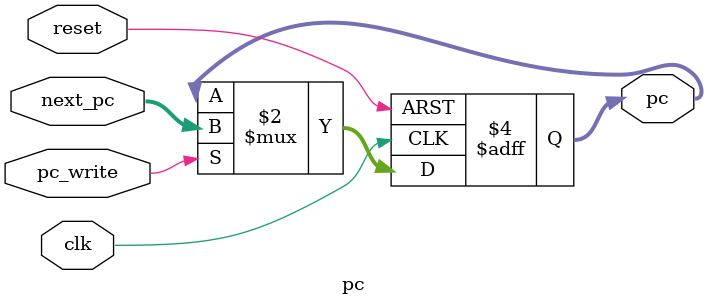
<source format=v>
module pc(
    input clk,
    input reset,
    input pc_write,
    input [31:0] next_pc,
    output reg [31:0] pc
);
    
    always @(posedge clk or posedge reset) begin
        if (reset)
            pc <= 32'b0;
        else if (pc_write)
            pc <= next_pc;
        // Se pc_write=0, mantém valor atual (congela)
    end
    
endmodule
</source>
